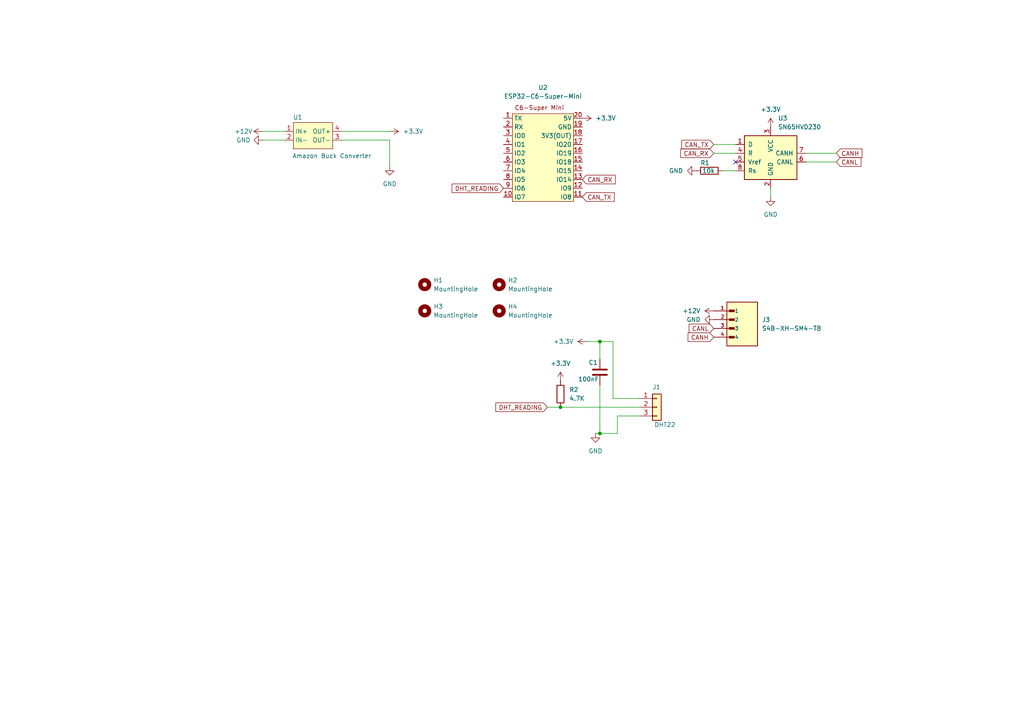
<source format=kicad_sch>
(kicad_sch (version 20250114) (generator "eeschema") (generator_version "9.0")
  (paper "A4")
  (lib_symbols
    (symbol "Connector_Generic:Conn_01x03" (pin_names (offset 1.016) (hide yes))
      (property "Reference" "J" (at 0 5.08 0))
      (property "Value" "Conn_01x03" (at 0 -5.08 0))
      (symbol "Conn_01x03_1_1"
        (rectangle (start -1.27 3.81) (end 1.27 -3.81) (stroke (width 0.254)) (fill (type background)))
        (rectangle (start -1.27 2.667) (end 0 2.413) (stroke (width 0.1524)))
        (rectangle (start -1.27 0.127) (end 0 -0.127) (stroke (width 0.1524)))
        (rectangle (start -1.27 -2.413) (end 0 -2.667) (stroke (width 0.1524)))
        (pin passive line (at -5.08 2.54 0) (length 3.81) (name "Pin_1") (number "1"))
        (pin passive line (at -5.08 0 0) (length 3.81) (name "Pin_2") (number "2"))
        (pin passive line (at -5.08 -2.54 0) (length 3.81) (name "Pin_3") (number "3"))
      )
    )
    (symbol "Connector_Generic:S4B-XH-SM4-TB" (pin_names (offset 1.016))
      (property "Reference" "J" (at -3.81 5.715 0))
      (property "Value" "S4B-XH-SM4-TB" (at -3.81 -10.16 0))
      (symbol "S4B-XH-SM4-TB_0_0"
        (rectangle (start -3.81 -7.62) (end 5.08 5.08) (stroke (width 0.254)) (fill (type background)))
        (rectangle (start -3.175 2.2225) (end -1.5875 2.8575) (stroke (width 0.1)) (fill (type outline)))
        (rectangle (start -3.175 -0.3175) (end -1.5875 0.3175) (stroke (width 0.1)) (fill (type outline)))
        (rectangle (start -3.175 -2.8575) (end -1.5875 -2.2225) (stroke (width 0.1)) (fill (type outline)))
        (rectangle (start -3.175 -5.3975) (end -1.5875 -4.7625) (stroke (width 0.1)) (fill (type outline)))
        (pin passive line (at -7.62 2.54 0) (length 5.08) (name "1") (number "1"))
        (pin passive line (at -7.62 0 0) (length 5.08) (name "2") (number "2"))
        (pin passive line (at -7.62 -2.54 0) (length 5.08) (name "3") (number "3"))
        (pin passive line (at -7.62 -5.08 0) (length 5.08) (name "4") (number "4"))
      )
    )
    (symbol "Device:C" (pin_numbers (hide yes)) (pin_names (offset 0.254))
      (property "Reference" "C" (at 0.635 2.54 0))
      (property "Value" "C" (at 0.635 -2.54 0))
      (symbol "C_0_1"
        (polyline (pts (xy -2.032 0.762) (xy 2.032 0.762)) (stroke (width 0.508)))
        (polyline (pts (xy -2.032 -0.762) (xy 2.032 -0.762)) (stroke (width 0.508)))
      )
      (symbol "C_1_1"
        (pin passive line (at 0 3.81 270) (length 2.794) (name "~") (number "1"))
        (pin passive line (at 0 -3.81 90) (length 2.794) (name "~") (number "2"))
      )
    )
    (symbol "Device:R" (pin_numbers (hide yes)) (pin_names (offset 0))
      (property "Reference" "R" (at 2.032 0 90))
      (property "Value" "R" (at 0 0 90))
      (symbol "R_0_1"
        (rectangle (start -1.016 -2.54) (end 1.016 2.54) (stroke (width 0.254)))
      )
      (symbol "R_1_1"
        (pin passive line (at 0 3.81 270) (length 1.27) (name "~") (number "1"))
        (pin passive line (at 0 -3.81 90) (length 1.27) (name "~") (number "2"))
      )
    )
    (symbol "Interface_CAN_LIN:SN65HVD230" (pin_names (offset 1.016))
      (property "Reference" "U" (at -2.54 10.16 0))
      (property "Value" "SN65HVD230" (at -2.54 7.62 0))
      (symbol "SN65HVD230_0_1"
        (rectangle (start -7.62 5.08) (end 7.62 -7.62) (stroke (width 0.254)) (fill (type background)))
      )
      (symbol "SN65HVD230_1_1"
        (pin input line (at -10.16 2.54 0) (length 2.54) (name "D") (number "1"))
        (pin output line (at -10.16 0 0) (length 2.54) (name "R") (number "4"))
        (pin output line (at -10.16 -2.54 0) (length 2.54) (name "Vref") (number "5"))
        (pin input line (at -10.16 -5.08 0) (length 2.54) (name "Rs") (number "8"))
        (pin power_in line (at 0 7.62 270) (length 2.54) (name "VCC") (number "3"))
        (pin power_in line (at 0 -10.16 90) (length 2.54) (name "GND") (number "2"))
        (pin bidirectional line (at 10.16 0 180) (length 2.54) (name "CANH") (number "7"))
        (pin bidirectional line (at 10.16 -2.54 180) (length 2.54) (name "CANL") (number "6"))
      )
    )
    (symbol "Mechanical:MountingHole" (pin_names (offset 1.016)) (in_bom no)
      (property "Reference" "H" (at 0 5.08 0))
      (property "Value" "MountingHole" (at 0 3.175 0))
      (symbol "MountingHole_0_1"
        (circle (center 0 0) (radius 1.27) (stroke (width 1.27)))
      )
    )
    (symbol "RF_Module:ESP32-C6-Super-Mini"
      (property "Reference" "U" (at 0 0 0))
      (symbol "ESP32-C6-Super-Mini_1_1"
        (rectangle (start 7.62 29.21) (end 25.4 3.81) (fill (type background)))
        (text "C6-Super Mini" (at 15.494 30.988 0) (effects (font (size 1.27 1.27))))
        (pin input line (at 5.08 27.94 0) (length 2.54) (name "TX") (number "1"))
        (pin input line (at 5.08 25.4 0) (length 2.54) (name "RX") (number "2"))
        (pin input line (at 5.08 22.86 0) (length 2.54) (name "IO0") (number "3"))
        (pin input line (at 5.08 20.32 0) (length 2.54) (name "IO1") (number "4"))
        (pin input line (at 5.08 17.78 0) (length 2.54) (name "IO2") (number "5"))
        (pin input line (at 5.08 15.24 0) (length 2.54) (name "IO3") (number "6"))
        (pin input line (at 5.08 12.7 0) (length 2.54) (name "IO4") (number "7"))
        (pin input line (at 5.08 10.16 0) (length 2.54) (name "IO5") (number "8"))
        (pin input line (at 5.08 7.62 0) (length 2.54) (name "IO6") (number "9"))
        (pin input line (at 5.08 5.08 0) (length 2.54) (name "IO7") (number "10"))
        (pin input line (at 27.94 27.94 180) (length 2.54) (name "5V") (number "20"))
        (pin input line (at 27.94 25.4 180) (length 2.54) (name "GND") (number "19"))
        (pin input line (at 27.94 22.86 180) (length 2.54) (name "3V3(OUT)") (number "18"))
        (pin input line (at 27.94 20.32 180) (length 2.54) (name "IO20") (number "17"))
        (pin input line (at 27.94 17.78 180) (length 2.54) (name "IO19") (number "16"))
        (pin input line (at 27.94 15.24 180) (length 2.54) (name "IO18") (number "15"))
        (pin input line (at 27.94 12.7 180) (length 2.54) (name "IO15") (number "14"))
        (pin input line (at 27.94 10.16 180) (length 2.54) (name "IO14") (number "13"))
        (pin input line (at 27.94 7.62 180) (length 2.54) (name "IO9") (number "12"))
        (pin input line (at 27.94 5.08 180) (length 2.54) (name "IO8") (number "11"))
      )
    )
    (symbol "Regulator_Switching:AmazonBuckConverter"
      (property "Reference" "U" (at 0 0 0))
      (symbol "AmazonBuckConverter_1_1"
        (rectangle (start 0 10.16) (end 11.43 2.54) (fill (type background)))
        (pin input line (at -2.54 7.62 0) (length 2.54) (name "IN+") (number "1"))
        (pin input line (at -2.54 5.08 0) (length 2.54) (name "IN-") (number "2"))
        (pin input line (at 13.97 7.62 180) (length 2.54) (name "OUT+") (number "4"))
        (pin input line (at 13.97 5.08 180) (length 2.54) (name "OUT-") (number "3"))
      )
    )
    (symbol "power:+12V" (power) (pin_numbers (hide yes)) (pin_names (offset 0) (hide yes))
      (property "Value" "+12V" (at 0 3.556 0))
      (symbol "+12V_0_1"
        (polyline (pts (xy -0.762 1.27) (xy 0 2.54)))
        (polyline (pts (xy 0 2.54) (xy 0.762 1.27)))
        (polyline (pts (xy 0 0) (xy 0 2.54)))
      )
      (symbol "+12V_1_1"
        (pin power_in line (at 0 0 90) (length 0) (name "~") (number "1"))
      )
    )
    (symbol "power:+3.3V" (power) (pin_numbers (hide yes)) (pin_names (offset 0) (hide yes))
      (property "Value" "+3.3V" (at 0 3.556 0))
      (symbol "+3.3V_0_1"
        (polyline (pts (xy -0.762 1.27) (xy 0 2.54)))
        (polyline (pts (xy 0 2.54) (xy 0.762 1.27)))
        (polyline (pts (xy 0 0) (xy 0 2.54)))
      )
      (symbol "+3.3V_1_1"
        (pin power_in line (at 0 0 90) (length 0) (name "~") (number "1"))
      )
    )
    (symbol "power:GND" (power) (pin_numbers (hide yes)) (pin_names (offset 0) (hide yes))
      (property "Value" "GND" (at 0 -3.81 0))
      (symbol "GND_0_1"
        (polyline (pts (xy 0 0) (xy 0 -1.27) (xy 1.27 -1.27) (xy 0 -2.54) (xy -1.27 -1.27) (xy 0 -1.27)))
      )
      (symbol "GND_1_1"
        (pin power_in line (at 0 0 270) (length 0) (name "~") (number "1"))
      )
    )
  )
  (junction (at 162.56 118.11))
  (junction (at 173.99 125.73))
  (junction (at 173.99 99.06))
  (no_connect (at 213.36 46.99))
  (wire (pts (xy 179.07 125.73) (xy 179.07 120.65)))
  (wire (pts (xy 173.99 111.76) (xy 173.99 125.73)))
  (wire (pts (xy 242.57 44.45) (xy 233.68 44.45)))
  (wire (pts (xy 209.55 49.53) (xy 213.36 49.53)))
  (wire (pts (xy 173.99 125.73) (xy 179.07 125.73)))
  (wire (pts (xy 76.2 40.64) (xy 82.55 40.64)))
  (wire (pts (xy 242.57 46.99) (xy 233.68 46.99)))
  (wire (pts (xy 173.99 99.06) (xy 173.99 104.14)))
  (wire (pts (xy 113.03 38.1) (xy 99.06 38.1)))
  (wire (pts (xy 172.72 125.73) (xy 173.99 125.73)))
  (wire (pts (xy 207.01 41.91) (xy 213.36 41.91)))
  (wire (pts (xy 179.07 120.65) (xy 185.42 120.65)))
  (wire (pts (xy 170.18 99.06) (xy 173.99 99.06)))
  (wire (pts (xy 76.2 38.1) (xy 82.55 38.1)))
  (wire (pts (xy 113.03 40.64) (xy 113.03 48.26)))
  (wire (pts (xy 162.56 118.11) (xy 185.42 118.11)))
  (wire (pts (xy 177.8 115.57) (xy 185.42 115.57)))
  (wire (pts (xy 158.75 118.11) (xy 162.56 118.11)))
  (wire (pts (xy 223.52 57.15) (xy 223.52 54.61)))
  (wire (pts (xy 207.01 44.45) (xy 213.36 44.45)))
  (wire (pts (xy 173.99 99.06) (xy 177.8 99.06)))
  (wire (pts (xy 177.8 99.06) (xy 177.8 115.57)))
  (wire (pts (xy 99.06 40.64) (xy 113.03 40.64)))
  (global_label "CANH" (shape input) (at 207.01 97.79 180) (property "Intersheetrefs" "${INTERSHEET_REFS}" (effects (hide yes))))
  (global_label "DHT_READING" (shape input) (at 146.05 54.61 180) (property "Intersheetrefs" "${INTERSHEET_REFS}" (effects (hide yes))))
  (global_label "CANL" (shape input) (at 207.01 95.25 180) (property "Intersheetrefs" "${INTERSHEET_REFS}" (effects (hide yes))))
  (global_label "CAN_TX" (shape input) (at 207.01 41.91 180) (property "Intersheetrefs" "${INTERSHEET_REFS}" (effects (hide yes))))
  (global_label "DHT_READING" (shape input) (at 158.75 118.11 180) (property "Intersheetrefs" "${INTERSHEET_REFS}" (effects (hide yes))))
  (global_label "CANL" (shape input) (at 242.57 46.99 0) (property "Intersheetrefs" "${INTERSHEET_REFS}" (effects (hide yes))))
  (global_label "CAN_TX" (shape input) (at 168.91 57.15 0) (property "Intersheetrefs" "${INTERSHEET_REFS}" (effects (hide yes))))
  (global_label "CAN_RX" (shape input) (at 168.91 52.07 0) (property "Intersheetrefs" "${INTERSHEET_REFS}" (effects (hide yes))))
  (global_label "CAN_RX" (shape input) (at 207.01 44.45 180) (property "Intersheetrefs" "${INTERSHEET_REFS}" (effects (hide yes))))
  (global_label "CANH" (shape input) (at 242.57 44.45 0) (property "Intersheetrefs" "${INTERSHEET_REFS}" (effects (hide yes))))
  (symbol (lib_id "RF_Module:ESP32-C6-Super-Mini") (at 140.97 62.23 0) (unit 1)
    (property "Reference" "U2" (at 157.48 25.4 0))
    (property "Value" "ESP32-C6-Super-Mini" (at 157.48 27.94 0))
    (property "Footprint" "RF_Module:ESP32-C6-Super-Mini" (effects (hide yes)))
  )
  (symbol (lib_id "Connector_Generic:Conn_01x03") (at 190.5 118.11 0) (unit 1)
    (property "Reference" "J1" (at 189.23 112.268 0) (effects (justify left)))
    (property "Value" "DHT22" (at 189.738 123.19 0) (effects (justify left)))
    (property "Footprint" "Sensor:DHT22_Module" (effects (hide yes)))
    (property "Description" "Generic connector, single row, 01x03, script generated (kicad-library-utils/schlib/autogen/connector/)" (effects (hide yes)))
  )
  (symbol (lib_id "Regulator_Switching:AmazonBuckConverter") (at 85.09 45.72 0) (unit 1)
    (property "Reference" "U1" (at 86.36 34.036 0))
    (property "Value" "Amazon Buck Converter" (at 96.266 45.212 0))
    (property "Footprint" "Converter_DCDC:AmazonBuckConverter" (effects (hide yes)))
  )
  (symbol (lib_id "power:GND") (at 172.72 125.73 0) (unit 1)
    (property "Reference" "#PWR09" (effects (hide yes)))
    (property "Value" "GND" (at 172.72 130.81 0))
    (property "Description" "Power symbol creates a global label with name \"GND\" , ground" (effects (hide yes)))
  )
  (symbol (lib_id "power:+12V") (at 207.01 90.17 90) (unit 1)
    (property "Reference" "#PWR011" (effects (hide yes)))
    (property "Value" "+12V" (at 203.2 90.1699 90) (effects (justify left)))
    (property "Description" "Power symbol creates a global label with name \"+12V\"" (effects (hide yes)))
  )
  (symbol (lib_id "power:GND") (at 201.93 49.53 270) (unit 1)
    (property "Reference" "#PWR0103" (effects (hide yes)))
    (property "Value" "GND" (at 198.12 49.5299 90) (effects (justify right)))
    (property "Description" "Power symbol creates a global label with name \"GND\" , ground" (effects (hide yes)))
  )
  (symbol (lib_id "power:GND") (at 76.2 40.64 270) (unit 1)
    (property "Reference" "#PWR01" (effects (hide yes)))
    (property "Value" "GND" (at 70.612 40.64 90))
    (property "Description" "Power symbol creates a global label with name \"GND\" , ground" (effects (hide yes)))
  )
  (symbol (lib_id "power:+12V") (at 76.2 38.1 90) (unit 1)
    (property "Reference" "#PWR02" (effects (hide yes)))
    (property "Value" "+12V" (at 70.612 38.1 90))
    (property "Description" "Power symbol creates a global label with name \"+12V\"" (effects (hide yes)))
  )
  (symbol (lib_id "power:+3.3V") (at 162.56 110.49 0) (unit 1)
    (property "Reference" "#PWR010" (effects (hide yes)))
    (property "Value" "+3.3V" (at 162.56 105.41 0))
    (property "Description" "Power symbol creates a global label with name \"+3.3V\"" (effects (hide yes)))
  )
  (symbol (lib_id "power:GND") (at 207.01 92.71 270) (unit 1)
    (property "Reference" "#PWR012" (effects (hide yes)))
    (property "Value" "GND" (at 203.2 92.7099 90) (effects (justify right)))
    (property "Description" "Power symbol creates a global label with name \"GND\" , ground" (effects (hide yes)))
  )
  (symbol (lib_id "Interface_CAN_LIN:SN65HVD230") (at 223.52 44.45 0) (unit 1)
    (property "Reference" "U3" (at 225.6633 34.29 0) (effects (justify left)))
    (property "Value" "SN65HVD230" (at 225.6633 36.83 0) (effects (justify left)))
    (property "Footprint" "Package_SO:SOIC-8_3.9x4.9mm_P1.27mm" (effects (hide yes)))
    (property "Datasheet" "http://www.ti.com/lit/ds/symlink/sn65hvd230.pdf" (effects (hide yes)))
    (property "Description" "CAN Bus Transceivers, 3.3V, 1Mbps, Low-Power capabilities, SOIC-8" (effects (hide yes)))
  )
  (symbol (lib_id "Mechanical:MountingHole") (at 144.78 90.17 0) (unit 1) (in_bom no)
    (property "Reference" "H4" (at 147.32 88.8999 0) (effects (justify left)))
    (property "Value" "MountingHole" (at 147.32 91.4399 0) (effects (justify left)))
    (property "Footprint" "MountingHole:MountingHole_2.5mm" (effects (hide yes)))
    (property "Description" "Mounting Hole without connection" (effects (hide yes)))
  )
  (symbol (lib_id "Device:C") (at 173.99 107.95 0) (unit 1)
    (property "Reference" "C1" (at 170.688 105.156 0) (effects (justify left)))
    (property "Value" "100nF" (at 167.64 109.982 0) (effects (justify left)))
    (property "Footprint" "Capacitor_SMD:C_1206_3216Metric_Pad1.33x1.80mm_HandSolder" (effects (hide yes)))
    (property "Description" "Unpolarized capacitor" (effects (hide yes)))
  )
  (symbol (lib_id "power:+3.3V") (at 170.18 99.06 90) (unit 1)
    (property "Reference" "#PWR08" (effects (hide yes)))
    (property "Value" "+3.3V" (at 166.37 99.0599 90) (effects (justify left)))
    (property "Description" "Power symbol creates a global label with name \"+3.3V\"" (effects (hide yes)))
  )
  (symbol (lib_id "power:GND") (at 113.03 48.26 0) (unit 1)
    (property "Reference" "#PWR04" (effects (hide yes)))
    (property "Value" "GND" (at 113.03 53.34 0))
    (property "Description" "Power symbol creates a global label with name \"GND\" , ground" (effects (hide yes)))
  )
  (symbol (lib_id "Device:R") (at 162.56 114.3 0) (unit 1)
    (property "Reference" "R2" (at 165.1 113.0299 0) (effects (justify left)))
    (property "Value" "4.7K" (at 165.1 115.5699 0) (effects (justify left)))
    (property "Footprint" "Capacitor_SMD:C_1206_3216Metric_Pad1.33x1.80mm_HandSolder" (effects (hide yes)))
    (property "Description" "Resistor" (effects (hide yes)))
  )
  (symbol (lib_id "Mechanical:MountingHole") (at 123.19 90.17 0) (unit 1) (in_bom no)
    (property "Reference" "H3" (at 125.73 88.8999 0) (effects (justify left)))
    (property "Value" "MountingHole" (at 125.73 91.4399 0) (effects (justify left)))
    (property "Footprint" "MountingHole:MountingHole_2.5mm" (effects (hide yes)))
    (property "Description" "Mounting Hole without connection" (effects (hide yes)))
  )
  (symbol (lib_id "Mechanical:MountingHole") (at 123.19 82.55 0) (unit 1) (in_bom no)
    (property "Reference" "H1" (at 125.73 81.2799 0) (effects (justify left)))
    (property "Value" "MountingHole" (at 125.73 83.8199 0) (effects (justify left)))
    (property "Footprint" "MountingHole:MountingHole_2.5mm" (effects (hide yes)))
    (property "Description" "Mounting Hole without connection" (effects (hide yes)))
  )
  (symbol (lib_id "power:+3.3V") (at 113.03 38.1 270) (unit 1)
    (property "Reference" "#PWR03" (effects (hide yes)))
    (property "Value" "+3.3V" (at 116.84 38.0999 90) (effects (justify left)))
    (property "Description" "Power symbol creates a global label with name \"+3.3V\"" (effects (hide yes)))
  )
  (symbol (lib_id "Mechanical:MountingHole") (at 144.78 82.55 0) (unit 1) (in_bom no)
    (property "Reference" "H2" (at 147.32 81.2799 0) (effects (justify left)))
    (property "Value" "MountingHole" (at 147.32 83.8199 0) (effects (justify left)))
    (property "Footprint" "MountingHole:MountingHole_2.5mm" (effects (hide yes)))
    (property "Description" "Mounting Hole without connection" (effects (hide yes)))
  )
  (symbol (lib_id "Connector_Generic:S4B-XH-SM4-TB") (at 214.63 92.71 0) (unit 1)
    (property "Reference" "J3" (at 220.98 92.7099 0) (effects (justify left)))
    (property "Value" "S4B-XH-SM4-TB" (at 220.98 95.2499 0) (effects (justify left)))
    (property "Footprint" "Connector_JST:JST_S4B-XH-SM4-TB" (effects (hide yes)))
    (property "MAXIMUM_PACKAGE_HEIGHT" "6.00mm" (effects (hide yes)))
    (property "CREATOR" "NEZY" (effects (hide yes)))
    (property "STANDARD" "Manufacturer Recommendations" (effects (hide yes)))
    (property "PARTREV" "NA" (effects (hide yes)))
    (property "MANUFACTURER" "JST" (effects (hide yes)))
    (property "LCSC" "C161861" (effects (hide yes)))
    (property "DigiKey" "455-2262-2-ND" (effects (hide yes)))
    (property "Mouser" "306-S4BXHSM4TBLFSN " (effects (hide yes)))
  )
  (symbol (lib_id "power:+3.3V") (at 223.52 36.83 0) (unit 1)
    (property "Reference" "#PWR0102" (effects (hide yes)))
    (property "Value" "+3.3V" (at 223.52 31.75 0))
    (property "Description" "Power symbol creates a global label with name \"+3.3V\"" (effects (hide yes)))
  )
  (symbol (lib_id "power:GND") (at 223.52 57.15 0) (unit 1)
    (property "Reference" "#PWR0101" (effects (hide yes)))
    (property "Value" "GND" (at 223.52 62.23 0))
    (property "Description" "Power symbol creates a global label with name \"GND\" , ground" (effects (hide yes)))
  )
  (symbol (lib_id "Device:R") (at 205.74 49.53 90) (unit 1)
    (property "Reference" "R1" (at 204.47 47.244 90))
    (property "Value" "10k" (at 205.486 49.53 90))
    (property "Footprint" "Resistor_SMD:R_1206_3216Metric_Pad1.30x1.75mm_HandSolder" (effects (hide yes)))
    (property "Description" "Resistor" (effects (hide yes)))
  )
  (symbol (lib_id "power:+3.3V") (at 168.91 34.29 270) (unit 1)
    (property "Reference" "#PWR05" (effects (hide yes)))
    (property "Value" "+3.3V" (at 172.72 34.2899 90) (effects (justify left)))
    (property "Description" "Power symbol creates a global label with name \"+3.3V\"" (effects (hide yes)))
  )
)
</source>
